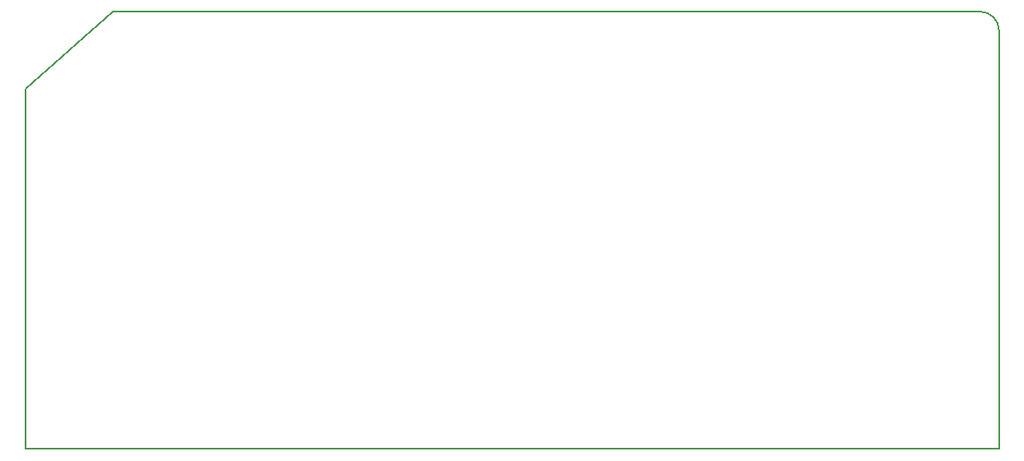
<source format=gbr>
G04 #@! TF.GenerationSoftware,KiCad,Pcbnew,(5.0.0)*
G04 #@! TF.CreationDate,2020-03-05T09:38:23+00:00*
G04 #@! TF.ProjectId,basic-mc6800,62617369632D6D63363830302E6B6963,rev?*
G04 #@! TF.SameCoordinates,Original*
G04 #@! TF.FileFunction,Profile,NP*
%FSLAX46Y46*%
G04 Gerber Fmt 4.6, Leading zero omitted, Abs format (unit mm)*
G04 Created by KiCad (PCBNEW (5.0.0)) date 03/05/20 09:38:23*
%MOMM*%
%LPD*%
G01*
G04 APERTURE LIST*
%ADD10C,0.200000*%
G04 APERTURE END LIST*
D10*
X196000000Y-57000000D02*
G75*
G02X198000000Y-59000000I0J-2000000D01*
G01*
X198000000Y-102000000D02*
X98000000Y-102000000D01*
X198000000Y-59000000D02*
X198000000Y-102000000D01*
X107000000Y-57000000D02*
X196000000Y-57000000D01*
X98000000Y-65000000D02*
X107000000Y-57000000D01*
X98000000Y-81000000D02*
X98000000Y-65000000D01*
X98000000Y-102000000D02*
X98000000Y-81000000D01*
M02*

</source>
